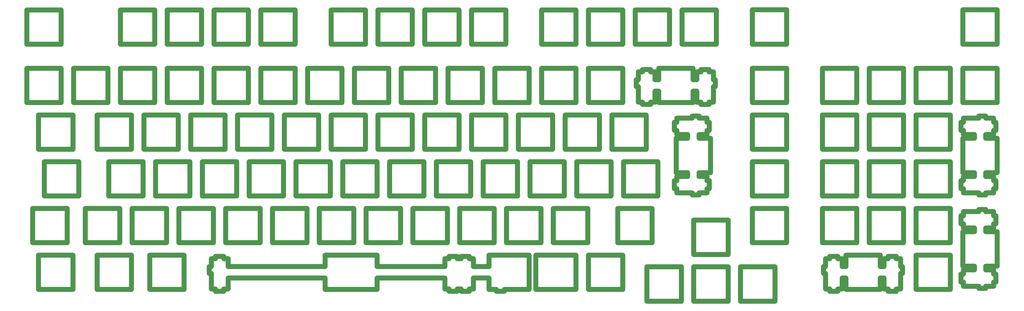
<source format=gbl>
%TF.GenerationSoftware,KiCad,Pcbnew,(6.0.4)*%
%TF.CreationDate,2022-05-24T20:51:57+02:00*%
%TF.ProjectId,plate,706c6174-652e-46b6-9963-61645f706362,rev?*%
%TF.SameCoordinates,Original*%
%TF.FileFunction,Copper,L2,Bot*%
%TF.FilePolarity,Positive*%
%FSLAX46Y46*%
G04 Gerber Fmt 4.6, Leading zero omitted, Abs format (unit mm)*
G04 Created by KiCad (PCBNEW (6.0.4)) date 2022-05-24 20:51:57*
%MOMM*%
%LPD*%
G01*
G04 APERTURE LIST*
%TA.AperFunction,NonConductor*%
%ADD10C,2.000000*%
%TD*%
G04 APERTURE END LIST*
D10*
X277248005Y-138431997D02*
X281718006Y-138431997D01*
X283517994Y-162231996D02*
X283517994Y-163056993D01*
X360075001Y-201581994D02*
X360075001Y-196881990D01*
X289547993Y-131681997D02*
X289547993Y-131681997D01*
X17462000Y-187581994D02*
X17462000Y-201581994D01*
X355599995Y-182531991D02*
X355599995Y-182531991D01*
X398400013Y-176531991D02*
X398400013Y-178056993D01*
X141287007Y-163481996D02*
X141287007Y-163481996D01*
X291017994Y-153956994D02*
X291017994Y-153956994D01*
X122237004Y-163481996D02*
X136237004Y-163481996D01*
X398400013Y-176531991D02*
X398400013Y-176531991D01*
X92911999Y-189051996D02*
X92911999Y-189051996D01*
X160336994Y-149481996D02*
X160336994Y-163481996D01*
X388650013Y-182531991D02*
X388650013Y-168531991D01*
X290425007Y-126131997D02*
X290425007Y-125151998D01*
X136524998Y-130431997D02*
X136524998Y-144431993D01*
X350550007Y-111381997D02*
X336550007Y-111381997D01*
X337800007Y-189051996D02*
X337800007Y-192281991D01*
X283874989Y-125381997D02*
X283874989Y-125381997D01*
X398400013Y-178056993D02*
X393700001Y-178056993D01*
X87761997Y-201351991D02*
X87761997Y-201351991D01*
X46036999Y-163481996D02*
X60036999Y-163481996D01*
X290425007Y-125151998D02*
X292150013Y-125151998D01*
X267206013Y-182531991D02*
X267206013Y-182531991D01*
X136237004Y-163481996D02*
X136237004Y-163481996D01*
X393700001Y-192056993D02*
X398400013Y-192056993D01*
X98136997Y-163481996D02*
X98136997Y-149481996D01*
X174336994Y-149481996D02*
X174336994Y-149481996D01*
X200817997Y-187581994D02*
X200817997Y-187581994D01*
X93661999Y-168531991D02*
X93661999Y-182531991D01*
X402999989Y-162231996D02*
X402999989Y-162231996D01*
X122237004Y-149481996D02*
X122237004Y-163481996D01*
X112712002Y-168531991D02*
X112712002Y-182531991D01*
X65086998Y-163481996D02*
X79087002Y-163481996D01*
X193675007Y-130431997D02*
X193675007Y-144431993D01*
X192793003Y-202331994D02*
X192793003Y-201351991D01*
X12700000Y-125381997D02*
X12700000Y-125381997D01*
X219868000Y-201581994D02*
X236250004Y-201581994D01*
X321974995Y-87541602D02*
X321974995Y-87541602D01*
X406230000Y-198606996D02*
X407150013Y-198606996D01*
X117187000Y-149481996D02*
X103187000Y-149481996D01*
X342825001Y-201351991D02*
X342825001Y-201351991D01*
X393700001Y-87541602D02*
X393700001Y-101541602D01*
X290425007Y-112851995D02*
X290425007Y-112851995D01*
X86937000Y-192281991D02*
X86937000Y-192281991D01*
X221961994Y-182531991D02*
X221961994Y-182531991D01*
X261599995Y-116081994D02*
X261599995Y-116081994D01*
X402999989Y-155481996D02*
X402999989Y-153956994D01*
X307974995Y-163481996D02*
X321974995Y-163481996D01*
X236250004Y-87570000D02*
X236250004Y-87570000D01*
X263323994Y-111931999D02*
X263323994Y-111931999D01*
X227011997Y-168531991D02*
X227011997Y-182531991D01*
X360075001Y-192281991D02*
X360075001Y-187581994D01*
X279111988Y-192344995D02*
X279111988Y-192344995D01*
X107949002Y-101569997D02*
X107949002Y-101569997D01*
X112712002Y-182531991D02*
X112712002Y-182531991D01*
X94636997Y-196881990D02*
X134142002Y-196881990D01*
X393930012Y-160506990D02*
X393930012Y-162231996D01*
X400200001Y-162231996D02*
X400200001Y-163056993D01*
X227011997Y-182531991D02*
X227011997Y-182531991D01*
X286318012Y-139956994D02*
X286318012Y-139956994D01*
X179386997Y-163481996D02*
X193386997Y-163481996D01*
X400200001Y-201156991D02*
X402999989Y-201156991D01*
X406230000Y-131681997D02*
X406230000Y-131681997D01*
X283874989Y-111381997D02*
X283874989Y-111381997D01*
X374650013Y-144431993D02*
X374650013Y-144431993D01*
X145761997Y-182531991D02*
X145761997Y-182531991D01*
X150812000Y-182531991D02*
X164812000Y-182531991D01*
X202912007Y-168531991D02*
X188912007Y-168531991D01*
X392950001Y-157206994D02*
X392950001Y-160506990D01*
X393930012Y-138431997D02*
X393930012Y-138431997D01*
X83850003Y-101569997D02*
X83850003Y-87570000D01*
X146050007Y-111381997D02*
X146050007Y-125381997D01*
X355599995Y-125381997D02*
X355599995Y-125381997D01*
X194517994Y-196881990D02*
X194517994Y-196881990D01*
X279111988Y-206344995D02*
X279111988Y-192344995D01*
X165099995Y-125381997D02*
X179099995Y-125381997D01*
X393700001Y-153956994D02*
X398400013Y-153956994D01*
X290425007Y-111931999D02*
X290425007Y-111931999D01*
X198149998Y-125381997D02*
X198149998Y-125381997D01*
X336550007Y-111381997D02*
X336550007Y-125381997D01*
X15081000Y-182531991D02*
X29081000Y-182531991D01*
X342825001Y-201351991D02*
X344550007Y-201351991D01*
X289547993Y-162231996D02*
X289547993Y-162231996D01*
X182886997Y-192281991D02*
X155287007Y-192281991D01*
X402999989Y-138431997D02*
X406230000Y-138431997D01*
X284162007Y-192344995D02*
X284162007Y-206344995D01*
X355599995Y-163481996D02*
X355599995Y-163481996D01*
X164812000Y-168531991D02*
X164812000Y-168531991D01*
X202912007Y-182531991D02*
X202912007Y-168531991D01*
X134142002Y-201581994D02*
X134142002Y-201581994D01*
X344550007Y-189051996D02*
X342825001Y-189051996D01*
X60325001Y-130431997D02*
X60325001Y-144431993D01*
X150524998Y-144431993D02*
X150524998Y-144431993D01*
X369599995Y-163481996D02*
X369599995Y-163481996D01*
X400200001Y-168956994D02*
X400200001Y-169781991D01*
X388650013Y-163481996D02*
X388650013Y-149481996D01*
X269874989Y-120681997D02*
X269874989Y-125381997D01*
X193386997Y-163481996D02*
X193386997Y-149481996D01*
X155287007Y-196881990D02*
X155287007Y-196881990D01*
X255300007Y-101569997D02*
X255300007Y-101569997D01*
X402999989Y-130856996D02*
X402999989Y-130856996D01*
X219868000Y-187581994D02*
X219868000Y-201581994D01*
X174336994Y-163481996D02*
X174336994Y-149481996D01*
X192793003Y-188131990D02*
X192793003Y-188131990D01*
X261599995Y-125151998D02*
X263323994Y-125151998D01*
X141000004Y-111381997D02*
X126998997Y-111381997D01*
X298162007Y-173294992D02*
X284162007Y-173294992D01*
X26699999Y-125381997D02*
X26699999Y-125381997D01*
X283874989Y-120681997D02*
X285400013Y-120681997D01*
X277248005Y-131681997D02*
X277248005Y-133406995D01*
X117475003Y-130431997D02*
X117475003Y-144431993D01*
X160050007Y-125381997D02*
X160050007Y-125381997D01*
X260774998Y-116081994D02*
X260774998Y-116081994D01*
X393930012Y-155481996D02*
X393930012Y-155481996D01*
X87761997Y-192281991D02*
X86937000Y-192281991D01*
X207675007Y-144431993D02*
X207675007Y-130431997D01*
X203787007Y-202331994D02*
X203787007Y-202331994D01*
X98424999Y-144431993D02*
X98424999Y-144431993D01*
X222250004Y-125381997D02*
X236250004Y-125381997D01*
X276267994Y-133406995D02*
X276267994Y-133406995D01*
X284162007Y-173294992D02*
X284162007Y-187294992D01*
X277248005Y-131681997D02*
X277248005Y-131681997D01*
X203200001Y-125381997D02*
X217200001Y-125381997D01*
X126712002Y-168531991D02*
X112712002Y-168531991D01*
X285400013Y-125151998D02*
X287124989Y-125151998D01*
X134142002Y-192281991D02*
X94636997Y-192281991D01*
X41275002Y-144431993D02*
X41275002Y-144431993D01*
X393930012Y-174806993D02*
X393930012Y-174806993D01*
X289547993Y-131681997D02*
X286318012Y-131681997D01*
X103187000Y-163481996D02*
X103187000Y-163481996D01*
X286318012Y-153956994D02*
X286318012Y-153956994D01*
X169862004Y-182531991D02*
X169862004Y-182531991D01*
X402999989Y-131681997D02*
X402999989Y-130856996D01*
X276267994Y-157206994D02*
X276267994Y-157206994D01*
X406230000Y-160506990D02*
X407150013Y-160506990D01*
X374650013Y-125381997D02*
X374650013Y-125381997D01*
X277248005Y-162231996D02*
X277248005Y-162231996D01*
X392950001Y-157206994D02*
X392950001Y-157206994D01*
X388649006Y-201581994D02*
X388649006Y-187581994D01*
X369599995Y-125381997D02*
X369599995Y-125381997D01*
X402999989Y-162231996D02*
X406230000Y-162231996D01*
X31462000Y-130431997D02*
X31462000Y-130431997D01*
X87761997Y-189051996D02*
X87761997Y-189051996D01*
X41275002Y-201581994D02*
X55275002Y-201581994D01*
X187912007Y-201351991D02*
X189493000Y-201351991D01*
X406230000Y-136706994D02*
X406230000Y-136706994D01*
X392950001Y-174806993D02*
X392950001Y-174806993D01*
X342825001Y-188131990D02*
X339524006Y-188131990D01*
X402999989Y-155481996D02*
X402999989Y-155481996D01*
X277017994Y-153956994D02*
X277017994Y-153956994D01*
X155287007Y-196881990D02*
X182886997Y-196881990D01*
X93661999Y-182531991D02*
X93661999Y-182531991D01*
X112712002Y-182531991D02*
X126712002Y-182531991D01*
X407150013Y-174806993D02*
X407150013Y-171506990D01*
X263323994Y-126131997D02*
X266624989Y-126131997D01*
X366624989Y-189051996D02*
X366624989Y-189051996D01*
X212437000Y-163481996D02*
X212437000Y-149481996D01*
X121949002Y-111381997D02*
X107949002Y-111381997D01*
X112424999Y-144431993D02*
X112424999Y-144431993D01*
X321974995Y-130431997D02*
X307974995Y-130431997D01*
X155287007Y-192281991D02*
X155287007Y-187581994D01*
X392950001Y-171506990D02*
X392950001Y-171506990D01*
X29081000Y-182531991D02*
X29081000Y-182531991D01*
X160050007Y-125381997D02*
X160050007Y-111381997D01*
X285400013Y-112851995D02*
X285400013Y-116081994D01*
X292150013Y-125151998D02*
X292150013Y-125151998D01*
X337800007Y-195081994D02*
X337800007Y-195081994D01*
X283874989Y-120681997D02*
X283874989Y-120681997D01*
X31462000Y-201581994D02*
X31462000Y-187581994D01*
X321974995Y-149481996D02*
X307974995Y-149481996D01*
X92911999Y-202331994D02*
X92911999Y-202331994D01*
X182886997Y-189051996D02*
X182886997Y-189051996D01*
X283517994Y-131681997D02*
X283517994Y-131681997D01*
X55275002Y-187581994D02*
X55275002Y-187581994D01*
X285400013Y-116081994D02*
X283874989Y-116081994D01*
X366624989Y-188131990D02*
X363325001Y-188131990D01*
X212437000Y-163481996D02*
X212437000Y-163481996D01*
X406230000Y-193581994D02*
X402999989Y-193581994D01*
X187912007Y-189051996D02*
X187912007Y-188131990D01*
X392950001Y-133406995D02*
X392950001Y-136706994D01*
X260774998Y-118881997D02*
X261599995Y-118881997D01*
X286318012Y-138431997D02*
X286318012Y-138431997D01*
X369175007Y-195081994D02*
X369175007Y-192281991D01*
X407150013Y-160506990D02*
X407150013Y-157206994D01*
X102899998Y-125381997D02*
X102899998Y-111381997D01*
X307974995Y-182531991D02*
X307974995Y-182531991D01*
X189493000Y-189051996D02*
X187912007Y-189051996D01*
X55562000Y-182531991D02*
X69562000Y-182531991D01*
X126998997Y-125381997D02*
X126998997Y-125381997D01*
X398400013Y-178056993D02*
X398400013Y-178056993D01*
X155287007Y-163481996D02*
X155287007Y-163481996D01*
X36511999Y-168531991D02*
X36511999Y-182531991D01*
X189493000Y-189051996D02*
X189493000Y-189051996D01*
X183862004Y-182531991D02*
X183862004Y-168531991D01*
X336973988Y-192281991D02*
X336973988Y-192281991D01*
X286318012Y-130856996D02*
X283517994Y-130856996D01*
X55275002Y-144431993D02*
X55275002Y-130431997D01*
X198149998Y-125381997D02*
X198149998Y-111381997D01*
X79374996Y-144431993D02*
X79374996Y-144431993D01*
X293400013Y-87570000D02*
X279400013Y-87570000D01*
X187912007Y-202331994D02*
X187912007Y-202331994D01*
X368348988Y-201351991D02*
X368348988Y-201351991D01*
X406230000Y-155481996D02*
X402999989Y-155481996D01*
X266624989Y-125151998D02*
X266624989Y-125151998D01*
X393930012Y-169781991D02*
X393930012Y-171506990D01*
X121949002Y-125381997D02*
X121949002Y-111381997D01*
X33843001Y-149481996D02*
X33843001Y-149481996D01*
X407150013Y-157206994D02*
X406230000Y-157206994D01*
X93374996Y-130431997D02*
X79374996Y-130431997D01*
X50799999Y-101569997D02*
X64799999Y-101569997D01*
X400200001Y-200331994D02*
X400200001Y-200331994D01*
X164812000Y-168531991D02*
X150812000Y-168531991D01*
X62706001Y-187581994D02*
X62706001Y-201581994D01*
X203200001Y-125381997D02*
X203200001Y-125381997D01*
X393930012Y-162231996D02*
X393930012Y-162231996D01*
X368348988Y-192281991D02*
X368348988Y-189051996D01*
X182886997Y-196881990D02*
X182886997Y-201351991D01*
X255300007Y-101569997D02*
X255300007Y-87570000D01*
X250825001Y-144431993D02*
X264823994Y-144431993D01*
X398400013Y-193581994D02*
X393930012Y-193581994D01*
X112424999Y-130431997D02*
X112424999Y-130431997D01*
X155287007Y-192281991D02*
X155287007Y-192281991D01*
X121949002Y-87570000D02*
X121949002Y-87570000D01*
X183862004Y-182531991D02*
X183862004Y-182531991D01*
X150524998Y-101569997D02*
X150524998Y-87570000D01*
X83850003Y-125381997D02*
X83850003Y-125381997D01*
X398400013Y-138431997D02*
X398400013Y-138431997D01*
X255586994Y-163481996D02*
X255586994Y-163481996D01*
X92911999Y-188131990D02*
X89487004Y-188131990D01*
X286318012Y-155481996D02*
X286318012Y-153956994D01*
X141000004Y-111381997D02*
X141000004Y-111381997D01*
X369599995Y-168531991D02*
X355599995Y-168531991D01*
X374650013Y-182531991D02*
X388650013Y-182531991D01*
X87761997Y-195081994D02*
X87761997Y-195081994D01*
X200817997Y-201581994D02*
X203787007Y-201581994D01*
X269586994Y-163481996D02*
X269586994Y-163481996D01*
X269874989Y-116081994D02*
X268349995Y-116081994D01*
X15081000Y-168531991D02*
X15081000Y-182531991D01*
X393930012Y-176531991D02*
X393930012Y-176531991D01*
X107661999Y-168531991D02*
X93661999Y-168531991D01*
X277248005Y-162231996D02*
X283517994Y-162231996D01*
X339524006Y-202331994D02*
X339524006Y-202331994D01*
X317211994Y-192344995D02*
X303211994Y-192344995D01*
X393930012Y-136706994D02*
X393930012Y-136706994D01*
X266624989Y-111931999D02*
X263323994Y-111931999D01*
X92911999Y-188131990D02*
X92911999Y-188131990D01*
X93374996Y-144431993D02*
X93374996Y-130431997D01*
X207961994Y-182531991D02*
X207961994Y-182531991D01*
X392950001Y-174806993D02*
X393930012Y-174806993D01*
X255300007Y-125381997D02*
X255300007Y-125381997D01*
X207086994Y-202331994D02*
X207086994Y-201581994D01*
X164812000Y-182531991D02*
X164812000Y-182531991D01*
X392950001Y-171506990D02*
X392950001Y-174806993D01*
X86937000Y-195081994D02*
X86937000Y-195081994D01*
X222250004Y-111381997D02*
X222250004Y-125381997D01*
X402999989Y-168956994D02*
X402999989Y-168956994D01*
X317211994Y-192344995D02*
X317211994Y-192344995D01*
X46036999Y-149481996D02*
X46036999Y-163481996D01*
X236250004Y-101569997D02*
X236250004Y-101569997D01*
X398400013Y-153956994D02*
X398400013Y-153956994D01*
X245774998Y-144431993D02*
X245774998Y-144431993D01*
X261599995Y-118881997D02*
X261599995Y-118881997D01*
X392950001Y-160506990D02*
X392950001Y-160506990D01*
X202912007Y-168531991D02*
X202912007Y-168531991D01*
X346075001Y-192281991D02*
X344550007Y-192281991D01*
X60036999Y-149481996D02*
X60036999Y-149481996D01*
X268349995Y-116081994D02*
X268349995Y-112851995D01*
X203787007Y-202331994D02*
X207086994Y-202331994D01*
X261599995Y-116081994D02*
X260774998Y-116081994D01*
X292150013Y-116081994D02*
X292150013Y-112851995D01*
X321974995Y-163481996D02*
X321974995Y-163481996D01*
X393930012Y-195306993D02*
X392950001Y-195306993D01*
X355599995Y-182531991D02*
X369599995Y-182531991D01*
X402999989Y-176531991D02*
X406230000Y-176531991D01*
X150812000Y-182531991D02*
X150812000Y-182531991D01*
X94636997Y-189051996D02*
X92911999Y-189051996D01*
X74612004Y-168531991D02*
X74612004Y-182531991D01*
X406230000Y-174806993D02*
X407150013Y-174806993D01*
X188912007Y-182531991D02*
X202912007Y-182531991D01*
X141000004Y-125381997D02*
X141000004Y-125381997D01*
X87761997Y-189051996D02*
X87761997Y-192281991D01*
X286318012Y-162231996D02*
X289547993Y-162231996D01*
X88899998Y-125381997D02*
X102899998Y-125381997D01*
X45750000Y-125381997D02*
X45750000Y-111381997D01*
X336550007Y-163481996D02*
X350550007Y-163481996D01*
X287124989Y-125151998D02*
X287124989Y-126131997D01*
X60036999Y-163481996D02*
X60036999Y-149481996D01*
X255300007Y-111381997D02*
X241300007Y-111381997D01*
X102899998Y-87570000D02*
X88899998Y-87570000D01*
X65086998Y-163481996D02*
X65086998Y-163481996D01*
X281718006Y-155481996D02*
X277248005Y-155481996D01*
X374650013Y-168531991D02*
X374650013Y-182531991D01*
X269874989Y-116081994D02*
X269874989Y-116081994D01*
X266624989Y-126131997D02*
X266624989Y-126131997D01*
X406230000Y-157206994D02*
X406230000Y-157206994D01*
X393930012Y-160506990D02*
X393930012Y-160506990D01*
X368348988Y-189051996D02*
X368348988Y-189051996D01*
X279400013Y-87570000D02*
X279400013Y-101569997D01*
X344550007Y-192281991D02*
X344550007Y-189051996D01*
X217200001Y-187581994D02*
X200817997Y-187581994D01*
X344550007Y-192281991D02*
X344550007Y-192281991D01*
X231487004Y-163481996D02*
X231487004Y-163481996D01*
X290468006Y-133406995D02*
X290468006Y-133406995D01*
X169575001Y-101569997D02*
X169575001Y-101569997D01*
X188625004Y-101569997D02*
X188625004Y-101569997D01*
X287124989Y-112851995D02*
X285400013Y-112851995D01*
X393930012Y-193581994D02*
X393930012Y-193581994D01*
X86937000Y-195081994D02*
X87761997Y-195081994D01*
X290425007Y-125151998D02*
X290425007Y-125151998D01*
X94636997Y-196881990D02*
X94636997Y-196881990D01*
X89487004Y-188131990D02*
X89487004Y-189051996D01*
X393700001Y-87541602D02*
X393700001Y-87541602D01*
X207675007Y-130431997D02*
X207675007Y-130431997D01*
X236537007Y-149481996D02*
X236537007Y-163481996D01*
X398400013Y-192056993D02*
X398400013Y-192056993D01*
X98136997Y-149481996D02*
X98136997Y-149481996D01*
X336973988Y-192281991D02*
X336973988Y-195081994D01*
X200817997Y-196881990D02*
X200817997Y-196881990D01*
X284162007Y-187294992D02*
X298162007Y-187294992D01*
X29081000Y-168531991D02*
X29081000Y-168531991D01*
X289547993Y-133406995D02*
X289547993Y-131681997D01*
X388650013Y-149481996D02*
X374650013Y-149481996D01*
X360075001Y-187581994D02*
X360075001Y-187581994D01*
X134142002Y-187581994D02*
X134142002Y-192281991D01*
X406230000Y-198606996D02*
X406230000Y-198606996D01*
X286318012Y-155481996D02*
X286318012Y-155481996D01*
X355599995Y-168531991D02*
X355599995Y-182531991D01*
X406230000Y-136706994D02*
X407150013Y-136706994D01*
X307974995Y-125381997D02*
X307974995Y-125381997D01*
X36511999Y-182531991D02*
X36511999Y-182531991D01*
X265111988Y-192344995D02*
X265111988Y-206344995D01*
X155287007Y-201581994D02*
X155287007Y-196881990D01*
X74612004Y-182531991D02*
X88612004Y-182531991D01*
X179099995Y-125381997D02*
X179099995Y-125381997D01*
X121949002Y-101569997D02*
X121949002Y-101569997D01*
X407700001Y-101541602D02*
X407700001Y-87541602D01*
X317211994Y-206344995D02*
X317211994Y-192344995D01*
X285400013Y-125151998D02*
X285400013Y-125151998D01*
X131475003Y-144431993D02*
X131475003Y-144431993D01*
X393930012Y-131681997D02*
X393930012Y-133406995D01*
X355599995Y-163481996D02*
X369599995Y-163481996D01*
X89487004Y-202331994D02*
X89487004Y-202331994D01*
X355599995Y-130431997D02*
X355599995Y-144431993D01*
X31462000Y-201581994D02*
X31462000Y-201581994D01*
X194517994Y-192281991D02*
X194517994Y-192281991D01*
X307974995Y-125381997D02*
X321974995Y-125381997D01*
X150812000Y-168531991D02*
X150812000Y-182531991D01*
X192793003Y-201351991D02*
X192793003Y-201351991D01*
X388650013Y-163481996D02*
X388650013Y-163481996D01*
X276267994Y-160506990D02*
X277248005Y-160506990D01*
X241300007Y-111381997D02*
X241300007Y-125381997D01*
X74612004Y-182531991D02*
X74612004Y-182531991D01*
X79374996Y-144431993D02*
X93374996Y-144431993D01*
X145761997Y-168531991D02*
X131761997Y-168531991D01*
X155575001Y-87570000D02*
X155575001Y-101569997D01*
X339524006Y-188131990D02*
X339524006Y-189051996D01*
X241300007Y-101569997D02*
X241300007Y-101569997D01*
X307974995Y-182531991D02*
X321974995Y-182531991D01*
X388650013Y-168531991D02*
X388650013Y-168531991D01*
X406230000Y-131681997D02*
X402999989Y-131681997D01*
X203787007Y-201581994D02*
X203787007Y-201581994D01*
X369599995Y-144431993D02*
X369599995Y-144431993D01*
X284162007Y-206344995D02*
X298162007Y-206344995D01*
X336550007Y-168531991D02*
X336550007Y-182531991D01*
X336550007Y-182531991D02*
X336550007Y-182531991D01*
X281718006Y-153956994D02*
X281718006Y-153956994D01*
X29081000Y-168531991D02*
X15081000Y-168531991D01*
X291017994Y-153956994D02*
X291017994Y-139956994D01*
X102899998Y-125381997D02*
X102899998Y-125381997D01*
X263323994Y-126131997D02*
X263323994Y-126131997D01*
X292150013Y-118881997D02*
X292150013Y-118881997D01*
X236250004Y-101569997D02*
X236250004Y-87570000D01*
X321974995Y-111381997D02*
X321974995Y-111381997D01*
X26699999Y-101569997D02*
X26699999Y-87570000D01*
X369599995Y-149481996D02*
X369599995Y-149481996D01*
X88899998Y-87570000D02*
X88899998Y-101569997D01*
X393700001Y-101541602D02*
X407700001Y-101541602D01*
X307974995Y-101541602D02*
X321974995Y-101541602D01*
X250537007Y-149481996D02*
X236537007Y-149481996D01*
X346075001Y-187581994D02*
X346075001Y-192281991D01*
X393700001Y-111381997D02*
X393700001Y-125381997D01*
X350550007Y-111381997D02*
X350550007Y-111381997D01*
X217200001Y-201581994D02*
X217200001Y-187581994D01*
X17462000Y-201581994D02*
X17462000Y-201581994D01*
X285400013Y-120681997D02*
X285400013Y-125151998D01*
X183862004Y-168531991D02*
X169862004Y-168531991D01*
X290468006Y-157206994D02*
X290468006Y-157206994D01*
X402999989Y-163056993D02*
X402999989Y-162231996D01*
X141287007Y-149481996D02*
X141287007Y-163481996D01*
X193386997Y-149481996D02*
X179386997Y-149481996D01*
X285400013Y-112851995D02*
X285400013Y-112851995D01*
X393930012Y-195306993D02*
X393930012Y-195306993D01*
X69562000Y-182531991D02*
X69562000Y-168531991D01*
X307974995Y-111381997D02*
X307974995Y-125381997D01*
X203200001Y-111381997D02*
X203200001Y-125381997D01*
X402999989Y-176531991D02*
X402999989Y-176531991D01*
X174625004Y-130431997D02*
X174625004Y-144431993D01*
X281718006Y-138431997D02*
X281718006Y-138431997D01*
X363325001Y-201351991D02*
X363325001Y-201351991D01*
X388650013Y-111381997D02*
X388650013Y-111381997D01*
X45750000Y-111381997D02*
X45750000Y-111381997D01*
X339524006Y-189051996D02*
X339524006Y-189051996D01*
X393700001Y-139956994D02*
X393700001Y-139956994D01*
X269586994Y-149481996D02*
X255586994Y-149481996D01*
X182886997Y-201351991D02*
X182886997Y-201351991D01*
X179386997Y-163481996D02*
X179386997Y-163481996D01*
X342825001Y-189051996D02*
X342825001Y-189051996D01*
X276267994Y-136706994D02*
X276267994Y-136706994D01*
X69850003Y-101569997D02*
X83850003Y-101569997D01*
X374649006Y-201581994D02*
X374649006Y-201581994D01*
X221961994Y-168531991D02*
X221961994Y-168531991D01*
X88899998Y-111381997D02*
X88899998Y-125381997D01*
X174625004Y-101569997D02*
X188625004Y-101569997D01*
X226724995Y-130431997D02*
X226724995Y-130431997D01*
X393700001Y-125381997D02*
X407700001Y-125381997D01*
X236250004Y-125381997D02*
X236250004Y-125381997D01*
X402999989Y-200331994D02*
X402999989Y-200331994D01*
X107949002Y-101569997D02*
X121949002Y-101569997D01*
X307974995Y-101541602D02*
X307974995Y-101541602D01*
X260774998Y-118881997D02*
X260774998Y-118881997D01*
X402999989Y-192056993D02*
X402999989Y-192056993D01*
X366624989Y-201351991D02*
X366624989Y-201351991D01*
X136524998Y-144431993D02*
X136524998Y-144431993D01*
X268349995Y-125151998D02*
X268349995Y-125151998D01*
X194517994Y-189051996D02*
X192793003Y-189051996D01*
X93661999Y-182531991D02*
X107661999Y-182531991D01*
X241011997Y-182531991D02*
X241011997Y-182531991D01*
X117187000Y-163481996D02*
X117187000Y-149481996D01*
X255300007Y-87570000D02*
X255300007Y-87570000D01*
X102899998Y-111381997D02*
X88899998Y-111381997D01*
X236250004Y-87570000D02*
X222250004Y-87570000D01*
X169575001Y-130431997D02*
X155575001Y-130431997D01*
X46036999Y-163481996D02*
X46036999Y-163481996D01*
X60325001Y-144431993D02*
X74325001Y-144431993D01*
X250537007Y-163481996D02*
X250537007Y-149481996D01*
X360075001Y-201581994D02*
X360075001Y-201581994D01*
X337800007Y-192281991D02*
X337800007Y-192281991D01*
X307974995Y-130431997D02*
X307974995Y-144431993D01*
X398400013Y-153956994D02*
X398400013Y-155481996D01*
X64799999Y-101569997D02*
X64799999Y-101569997D01*
X88612004Y-168531991D02*
X74612004Y-168531991D01*
X207675007Y-144431993D02*
X207675007Y-144431993D01*
X406230000Y-174806993D02*
X406230000Y-174806993D01*
X268349995Y-112851995D02*
X268349995Y-112851995D01*
X84136997Y-163481996D02*
X98136997Y-163481996D01*
X344550007Y-189051996D02*
X344550007Y-189051996D01*
X393930012Y-198606996D02*
X393930012Y-198606996D01*
X406230000Y-162231996D02*
X406230000Y-162231996D01*
X253205998Y-168531991D02*
X253205998Y-182531991D01*
X83850003Y-87570000D02*
X83850003Y-87570000D01*
X339524006Y-201351991D02*
X339524006Y-201351991D01*
X289547993Y-160506990D02*
X289547993Y-160506990D01*
X94636997Y-192281991D02*
X94636997Y-192281991D01*
X69562000Y-168531991D02*
X55562000Y-168531991D01*
X350550007Y-168531991D02*
X350550007Y-168531991D01*
X184612004Y-201351991D02*
X184612004Y-201351991D01*
X184149998Y-125381997D02*
X184149998Y-125381997D01*
X174625004Y-144431993D02*
X188625004Y-144431993D01*
X136524998Y-87570000D02*
X136524998Y-101569997D01*
X92911999Y-201351991D02*
X92911999Y-201351991D01*
X339524006Y-202331994D02*
X342825001Y-202331994D01*
X350550007Y-125381997D02*
X350550007Y-125381997D01*
X31462000Y-144431993D02*
X31462000Y-144431993D01*
X290468006Y-133406995D02*
X289547993Y-133406995D01*
X188625004Y-87570000D02*
X188625004Y-87570000D01*
X26699999Y-111381997D02*
X12700000Y-111381997D01*
X55275002Y-130431997D02*
X41275002Y-130431997D01*
X388650013Y-182531991D02*
X388650013Y-182531991D01*
X31462000Y-144431993D02*
X31462000Y-130431997D01*
X369599995Y-168531991D02*
X369599995Y-168531991D01*
X41275002Y-144431993D02*
X55275002Y-144431993D01*
X169575001Y-130431997D02*
X169575001Y-130431997D01*
X407700001Y-125381997D02*
X407700001Y-125381997D01*
X179099995Y-111381997D02*
X165099995Y-111381997D01*
X117187000Y-163481996D02*
X117187000Y-163481996D01*
X192793003Y-202331994D02*
X192793003Y-202331994D01*
X289547993Y-155481996D02*
X289547993Y-155481996D01*
X184612004Y-189051996D02*
X182886997Y-189051996D01*
X222250004Y-101569997D02*
X236250004Y-101569997D01*
X393930012Y-198606996D02*
X393930012Y-200331994D01*
X241300007Y-125381997D02*
X255300007Y-125381997D01*
X407150013Y-133406995D02*
X406230000Y-133406995D01*
X374650013Y-130431997D02*
X374650013Y-144431993D01*
X17462000Y-144431993D02*
X17462000Y-144431993D01*
X131761997Y-168531991D02*
X131761997Y-182531991D01*
X194517994Y-201351991D02*
X194517994Y-201351991D01*
X264823994Y-130431997D02*
X250825001Y-130431997D01*
X321974995Y-130431997D02*
X321974995Y-130431997D01*
X286318012Y-153956994D02*
X291017994Y-153956994D01*
X406230000Y-133406995D02*
X406230000Y-133406995D01*
X131475003Y-130431997D02*
X117475003Y-130431997D01*
X94636997Y-201351991D02*
X94636997Y-201351991D01*
X187912007Y-201351991D02*
X187912007Y-201351991D01*
X287124989Y-126131997D02*
X287124989Y-126131997D01*
X155287007Y-163481996D02*
X155287007Y-149481996D01*
X298162007Y-187294992D02*
X298162007Y-173294992D01*
X50512001Y-182531991D02*
X50512001Y-168531991D01*
X15081000Y-182531991D02*
X15081000Y-182531991D01*
X402999989Y-138431997D02*
X402999989Y-138431997D01*
X219868000Y-201581994D02*
X219868000Y-201581994D01*
X241011997Y-168531991D02*
X241011997Y-168531991D01*
X292150013Y-112851995D02*
X292150013Y-112851995D01*
X87761997Y-201351991D02*
X89487004Y-201351991D01*
X393930012Y-193581994D02*
X393930012Y-195306993D01*
X369175007Y-192281991D02*
X369175007Y-192281991D01*
X350550007Y-182531991D02*
X350550007Y-182531991D01*
X279111988Y-206344995D02*
X279111988Y-206344995D01*
X174625004Y-87570000D02*
X174625004Y-101569997D01*
X292974995Y-118881997D02*
X292974995Y-118881997D01*
X298162007Y-206344995D02*
X298162007Y-206344995D01*
X169575001Y-101569997D02*
X169575001Y-87570000D01*
X121949002Y-125381997D02*
X121949002Y-125381997D01*
X402999989Y-153956994D02*
X407700001Y-153956994D01*
X64799999Y-111381997D02*
X50799999Y-111381997D01*
X406230000Y-157206994D02*
X406230000Y-155481996D01*
X369175007Y-192281991D02*
X368348988Y-192281991D01*
X250825001Y-144431993D02*
X250825001Y-144431993D01*
X337800007Y-201351991D02*
X339524006Y-201351991D01*
X289547993Y-133406995D02*
X289547993Y-133406995D01*
X266624989Y-126131997D02*
X266624989Y-125151998D01*
X321974995Y-125381997D02*
X321974995Y-111381997D01*
X406230000Y-176531991D02*
X406230000Y-174806993D01*
X307974995Y-87541602D02*
X307974995Y-101541602D01*
X89487004Y-202331994D02*
X92911999Y-202331994D01*
X307974995Y-168531991D02*
X307974995Y-182531991D01*
X350550007Y-125381997D02*
X350550007Y-111381997D01*
X321974995Y-163481996D02*
X321974995Y-149481996D01*
X126998997Y-111381997D02*
X126998997Y-125381997D01*
X290425007Y-126131997D02*
X290425007Y-126131997D01*
X277248005Y-136706994D02*
X277248005Y-136706994D01*
X188912007Y-182531991D02*
X188912007Y-182531991D01*
X350550007Y-149481996D02*
X350550007Y-149481996D01*
X407700001Y-111381997D02*
X393700001Y-111381997D01*
X155575001Y-144431993D02*
X169575001Y-144431993D01*
X193675007Y-144431993D02*
X207675007Y-144431993D01*
X102899998Y-87570000D02*
X102899998Y-87570000D01*
X402999989Y-169781991D02*
X402999989Y-168956994D01*
X64799999Y-111381997D02*
X64799999Y-111381997D01*
X169575001Y-144431993D02*
X169575001Y-144431993D01*
X289547993Y-157206994D02*
X289547993Y-155481996D01*
X374650013Y-144431993D02*
X388650013Y-144431993D01*
X292974995Y-118881997D02*
X292974995Y-116081994D01*
X134142002Y-196881990D02*
X134142002Y-196881990D01*
X102899998Y-111381997D02*
X102899998Y-111381997D01*
X64799999Y-125381997D02*
X64799999Y-111381997D01*
X150524998Y-87570000D02*
X150524998Y-87570000D01*
X392950001Y-136706994D02*
X392950001Y-136706994D01*
X94636997Y-192281991D02*
X94636997Y-189051996D01*
X60036999Y-149481996D02*
X46036999Y-149481996D01*
X33843001Y-149481996D02*
X19843000Y-149481996D01*
X286318012Y-131681997D02*
X286318012Y-131681997D01*
X366624989Y-202331994D02*
X366624989Y-201351991D01*
X344550007Y-196881990D02*
X344550007Y-196881990D01*
X289547993Y-155481996D02*
X286318012Y-155481996D01*
X267206013Y-168531991D02*
X267206013Y-168531991D01*
X281718006Y-139956994D02*
X277017994Y-139956994D01*
X342825001Y-189051996D02*
X342825001Y-188131990D01*
X339524006Y-188131990D02*
X339524006Y-188131990D01*
X393700001Y-178056993D02*
X393700001Y-192056993D01*
X12700000Y-111381997D02*
X12700000Y-125381997D01*
X360075001Y-187581994D02*
X346075001Y-187581994D01*
X227011997Y-182531991D02*
X241011997Y-182531991D01*
X102899998Y-101569997D02*
X102899998Y-101569997D01*
X355599995Y-125381997D02*
X369599995Y-125381997D01*
X160050007Y-111381997D02*
X160050007Y-111381997D01*
X406230000Y-195306993D02*
X406230000Y-195306993D01*
X261599995Y-112851995D02*
X261599995Y-112851995D01*
X87761997Y-195081994D02*
X87761997Y-201351991D01*
X363325001Y-188131990D02*
X363325001Y-188131990D01*
X402999989Y-201156991D02*
X402999989Y-201156991D01*
X50799999Y-125381997D02*
X64799999Y-125381997D01*
X255300007Y-125381997D02*
X255300007Y-111381997D01*
X245774998Y-144431993D02*
X245774998Y-130431997D01*
X268349995Y-120681997D02*
X268349995Y-120681997D01*
X363325001Y-202331994D02*
X363325001Y-202331994D01*
X342825001Y-202331994D02*
X342825001Y-202331994D01*
X31462000Y-187581994D02*
X31462000Y-187581994D01*
X165099995Y-125381997D02*
X165099995Y-125381997D01*
X350550007Y-163481996D02*
X350550007Y-163481996D01*
X290468006Y-136706994D02*
X290468006Y-136706994D01*
X407700001Y-139956994D02*
X407700001Y-139956994D01*
X277248005Y-133406995D02*
X276267994Y-133406995D01*
X321974995Y-125381997D02*
X321974995Y-125381997D01*
X406230000Y-171506990D02*
X406230000Y-171506990D01*
X402999989Y-193581994D02*
X402999989Y-193581994D01*
X398400013Y-192056993D02*
X398400013Y-193581994D01*
X192793003Y-189051996D02*
X192793003Y-189051996D01*
X207675007Y-87570000D02*
X193675007Y-87570000D01*
X236250004Y-201581994D02*
X236250004Y-187581994D01*
X189493000Y-188131990D02*
X189493000Y-188131990D01*
X393930012Y-174806993D02*
X393930012Y-176531991D01*
X406230000Y-171506990D02*
X406230000Y-169781991D01*
X250537007Y-149481996D02*
X250537007Y-149481996D01*
X126712002Y-182531991D02*
X126712002Y-168531991D01*
X98424999Y-144431993D02*
X112424999Y-144431993D01*
X76705998Y-201581994D02*
X76705998Y-201581994D01*
X276267994Y-157206994D02*
X276267994Y-160506990D01*
X212724995Y-144431993D02*
X212724995Y-144431993D01*
X307974995Y-144431993D02*
X307974995Y-144431993D01*
X263323994Y-112851995D02*
X263323994Y-112851995D01*
X263323994Y-112851995D02*
X261599995Y-112851995D01*
X107661999Y-182531991D02*
X107661999Y-182531991D01*
X64799999Y-87570000D02*
X50799999Y-87570000D01*
X393700001Y-192056993D02*
X393700001Y-192056993D01*
X62706001Y-201581994D02*
X76705998Y-201581994D01*
X89487004Y-189051996D02*
X89487004Y-189051996D01*
X267206013Y-182531991D02*
X267206013Y-168531991D01*
X126998997Y-125381997D02*
X141000004Y-125381997D01*
X26699999Y-101569997D02*
X26699999Y-101569997D01*
X69850003Y-101569997D02*
X69850003Y-101569997D01*
X321974995Y-182531991D02*
X321974995Y-168531991D01*
X374650013Y-182531991D02*
X374650013Y-182531991D01*
X107949002Y-87570000D02*
X107949002Y-101569997D01*
X107949002Y-125381997D02*
X121949002Y-125381997D01*
X126712002Y-168531991D02*
X126712002Y-168531991D01*
X283874989Y-111381997D02*
X269874989Y-111381997D01*
X393700001Y-125381997D02*
X393700001Y-125381997D01*
X292150013Y-112851995D02*
X290425007Y-112851995D01*
X268349995Y-125151998D02*
X268349995Y-120681997D01*
X289547993Y-136706994D02*
X289547993Y-136706994D01*
X41275002Y-187581994D02*
X41275002Y-201581994D01*
X286318012Y-138431997D02*
X289547993Y-138431997D01*
X360075001Y-196881990D02*
X360075001Y-196881990D01*
X393700001Y-178056993D02*
X393700001Y-178056993D01*
X400200001Y-169781991D02*
X393930012Y-169781991D01*
X281718006Y-153956994D02*
X281718006Y-155481996D01*
X363325001Y-189051996D02*
X363325001Y-189051996D01*
X388650013Y-130431997D02*
X374650013Y-130431997D01*
X84136997Y-163481996D02*
X84136997Y-163481996D01*
X187912007Y-189051996D02*
X187912007Y-189051996D01*
X388649006Y-187581994D02*
X388649006Y-187581994D01*
X407700001Y-192056993D02*
X407700001Y-192056993D01*
X207961994Y-168531991D02*
X207961994Y-182531991D01*
X88612004Y-168531991D02*
X88612004Y-168531991D01*
X60325001Y-144431993D02*
X60325001Y-144431993D01*
X93374996Y-130431997D02*
X93374996Y-130431997D01*
X393930012Y-138431997D02*
X398400013Y-138431997D01*
X369599995Y-125381997D02*
X369599995Y-111381997D01*
X268349995Y-112851995D02*
X266624989Y-112851995D01*
X336550007Y-163481996D02*
X336550007Y-163481996D01*
X406230000Y-133406995D02*
X406230000Y-131681997D01*
X286318012Y-163056993D02*
X286318012Y-162231996D01*
X136524998Y-101569997D02*
X136524998Y-101569997D01*
X107661999Y-182531991D02*
X107661999Y-168531991D01*
X74325001Y-130431997D02*
X74325001Y-130431997D01*
X193675007Y-101569997D02*
X207675007Y-101569997D01*
X289547993Y-138431997D02*
X289547993Y-136706994D01*
X184612004Y-189051996D02*
X184612004Y-189051996D01*
X339524006Y-201351991D02*
X339524006Y-202331994D01*
X253205998Y-182531991D02*
X267206013Y-182531991D01*
X103187000Y-163481996D02*
X117187000Y-163481996D01*
X369175007Y-195081994D02*
X369175007Y-195081994D01*
X92911999Y-201351991D02*
X94636997Y-201351991D01*
X293400013Y-101569997D02*
X293400013Y-101569997D01*
X268349995Y-116081994D02*
X268349995Y-116081994D01*
X117187000Y-149481996D02*
X117187000Y-149481996D01*
X88899998Y-101569997D02*
X88899998Y-101569997D01*
X303211994Y-192344995D02*
X303211994Y-206344995D01*
X350550007Y-163481996D02*
X350550007Y-149481996D01*
X17462000Y-144431993D02*
X31462000Y-144431993D01*
X400200001Y-200331994D02*
X400200001Y-201156991D01*
X266624989Y-125151998D02*
X268349995Y-125151998D01*
X400200001Y-201156991D02*
X400200001Y-201156991D01*
X160336994Y-163481996D02*
X174336994Y-163481996D01*
X360075001Y-192281991D02*
X360075001Y-192281991D01*
X189493000Y-202331994D02*
X189493000Y-202331994D01*
X361598988Y-201351991D02*
X363325001Y-201351991D01*
X317211994Y-206344995D02*
X317211994Y-206344995D01*
X355599995Y-111381997D02*
X355599995Y-125381997D01*
X398400013Y-193581994D02*
X398400013Y-193581994D01*
X350550007Y-149481996D02*
X336550007Y-149481996D01*
X402999989Y-139956994D02*
X402999989Y-139956994D01*
X182886997Y-189051996D02*
X182886997Y-192281991D01*
X64799999Y-87570000D02*
X64799999Y-87570000D01*
X121949002Y-101569997D02*
X121949002Y-87570000D01*
X285400013Y-116081994D02*
X285400013Y-116081994D01*
X289547993Y-136706994D02*
X290468006Y-136706994D01*
X189493000Y-201351991D02*
X189493000Y-201351991D01*
X145761997Y-168531991D02*
X145761997Y-168531991D01*
X69562000Y-168531991D02*
X69562000Y-168531991D01*
X188625004Y-144431993D02*
X188625004Y-130431997D01*
X363325001Y-188131990D02*
X363325001Y-189051996D01*
X307974995Y-163481996D02*
X307974995Y-163481996D01*
X55275002Y-201581994D02*
X55275002Y-187581994D01*
X33843001Y-163481996D02*
X33843001Y-163481996D01*
X92911999Y-189051996D02*
X92911999Y-188131990D01*
X169862004Y-168531991D02*
X169862004Y-182531991D01*
X407150013Y-136706994D02*
X407150013Y-136706994D01*
X89487004Y-201351991D02*
X89487004Y-201351991D01*
X406230000Y-193581994D02*
X406230000Y-193581994D01*
X407150013Y-198606996D02*
X407150013Y-195306993D01*
X31750000Y-125381997D02*
X45750000Y-125381997D01*
X286318012Y-163056993D02*
X286318012Y-163056993D01*
X407700001Y-125381997D02*
X407700001Y-111381997D01*
X346075001Y-192281991D02*
X346075001Y-192281991D01*
X287124989Y-111931999D02*
X287124989Y-111931999D01*
X64799999Y-101569997D02*
X64799999Y-87570000D01*
X289547993Y-160506990D02*
X290468006Y-160506990D01*
X407700001Y-192056993D02*
X407700001Y-178056993D01*
X407150013Y-174806993D02*
X407150013Y-174806993D01*
X407150013Y-195306993D02*
X407150013Y-195306993D01*
X361598988Y-192281991D02*
X360075001Y-192281991D01*
X187912007Y-188131990D02*
X187912007Y-188131990D01*
X337800007Y-192281991D02*
X336973988Y-192281991D01*
X388650013Y-125381997D02*
X388650013Y-111381997D01*
X150524998Y-130431997D02*
X136524998Y-130431997D01*
X274349995Y-87570000D02*
X274349995Y-87570000D01*
X402999989Y-168956994D02*
X400200001Y-168956994D01*
X217487004Y-149481996D02*
X217487004Y-163481996D01*
X388650013Y-168531991D02*
X374650013Y-168531991D01*
X350550007Y-130431997D02*
X350550007Y-130431997D01*
X93374996Y-144431993D02*
X93374996Y-144431993D01*
X103187000Y-149481996D02*
X103187000Y-163481996D01*
X194517994Y-189051996D02*
X194517994Y-189051996D01*
X285400013Y-120681997D02*
X285400013Y-120681997D01*
X407150013Y-195306993D02*
X406230000Y-195306993D01*
X402999989Y-169781991D02*
X402999989Y-169781991D01*
X264823994Y-130431997D02*
X264823994Y-130431997D01*
X217487004Y-163481996D02*
X231487004Y-163481996D01*
X155287007Y-201581994D02*
X155287007Y-201581994D01*
X283874989Y-116081994D02*
X283874989Y-111381997D01*
X360075001Y-196881990D02*
X361598988Y-196881990D01*
X269586994Y-149481996D02*
X269586994Y-149481996D01*
X212724995Y-130431997D02*
X212724995Y-144431993D01*
X346075001Y-201581994D02*
X360075001Y-201581994D01*
X182886997Y-192281991D02*
X182886997Y-192281991D01*
X76705998Y-187581994D02*
X76705998Y-187581994D01*
X407700001Y-101541602D02*
X407700001Y-101541602D01*
X339524006Y-189051996D02*
X337800007Y-189051996D01*
X207961994Y-182531991D02*
X221961994Y-182531991D01*
X155287007Y-187581994D02*
X155287007Y-187581994D01*
X236250004Y-111381997D02*
X222250004Y-111381997D01*
X290468006Y-157206994D02*
X289547993Y-157206994D01*
X344550007Y-196881990D02*
X346075001Y-196881990D01*
X393930012Y-200331994D02*
X393930012Y-200331994D01*
X346075001Y-201581994D02*
X346075001Y-201581994D01*
X79087002Y-163481996D02*
X79087002Y-163481996D01*
X112424999Y-144431993D02*
X112424999Y-130431997D01*
X274349995Y-87570000D02*
X260349995Y-87570000D01*
X393930012Y-171506990D02*
X393930012Y-171506990D01*
X398400013Y-155481996D02*
X393930012Y-155481996D01*
X263323994Y-125151998D02*
X263323994Y-126131997D01*
X393930012Y-133406995D02*
X392950001Y-133406995D01*
X292974995Y-116081994D02*
X292150013Y-116081994D01*
X407150013Y-136706994D02*
X407150013Y-133406995D01*
X392950001Y-136706994D02*
X393930012Y-136706994D01*
X290468006Y-136706994D02*
X290468006Y-133406995D01*
X188625004Y-130431997D02*
X174625004Y-130431997D01*
X407150013Y-160506990D02*
X407150013Y-160506990D01*
X26699999Y-87570000D02*
X12700000Y-87570000D01*
X194517994Y-201351991D02*
X194517994Y-196881990D01*
X366624989Y-202331994D02*
X366624989Y-202331994D01*
X266624989Y-112851995D02*
X266624989Y-111931999D01*
X200817997Y-201581994D02*
X200817997Y-201581994D01*
X241300007Y-201581994D02*
X241300007Y-201581994D01*
X241011997Y-168531991D02*
X227011997Y-168531991D01*
X255300007Y-87570000D02*
X241300007Y-87570000D01*
X283517994Y-130856996D02*
X283517994Y-131681997D01*
X290468006Y-160506990D02*
X290468006Y-160506990D01*
X107949002Y-111381997D02*
X107949002Y-125381997D01*
X193675007Y-144431993D02*
X193675007Y-144431993D01*
X355599995Y-149481996D02*
X355599995Y-163481996D01*
X88612004Y-182531991D02*
X88612004Y-182531991D01*
X188625004Y-144431993D02*
X188625004Y-144431993D01*
X400200001Y-131681997D02*
X393930012Y-131681997D01*
X283517994Y-163056993D02*
X286318012Y-163056993D01*
X231487004Y-163481996D02*
X231487004Y-149481996D01*
X289547993Y-138431997D02*
X289547993Y-138431997D01*
X83850003Y-101569997D02*
X83850003Y-101569997D01*
X117475003Y-144431993D02*
X117475003Y-144431993D01*
X398400013Y-138431997D02*
X398400013Y-139956994D01*
X217487004Y-163481996D02*
X217487004Y-163481996D01*
X350550007Y-144431993D02*
X350550007Y-144431993D01*
X221961994Y-168531991D02*
X207961994Y-168531991D01*
X406230000Y-169781991D02*
X402999989Y-169781991D01*
X187912007Y-188131990D02*
X184612004Y-188131990D01*
X402999989Y-153956994D02*
X402999989Y-153956994D01*
X69850003Y-125381997D02*
X83850003Y-125381997D01*
X83850003Y-111381997D02*
X83850003Y-111381997D01*
X407700001Y-178056993D02*
X402999989Y-178056993D01*
X368348988Y-195081994D02*
X369175007Y-195081994D01*
X374650013Y-163481996D02*
X374650013Y-163481996D01*
X277017994Y-153956994D02*
X281718006Y-153956994D01*
X50799999Y-101569997D02*
X50799999Y-101569997D01*
X184612004Y-202331994D02*
X187912007Y-202331994D01*
X281718006Y-155481996D02*
X281718006Y-155481996D01*
X283517994Y-131681997D02*
X277248005Y-131681997D01*
X12700000Y-101569997D02*
X12700000Y-101569997D01*
X279111988Y-192344995D02*
X265111988Y-192344995D01*
X369599995Y-111381997D02*
X369599995Y-111381997D01*
X134142002Y-192281991D02*
X134142002Y-192281991D01*
X393930012Y-157206994D02*
X393930012Y-157206994D01*
X74325001Y-130431997D02*
X60325001Y-130431997D01*
X19843000Y-163481996D02*
X33843001Y-163481996D01*
X363325001Y-189051996D02*
X361598988Y-189051996D01*
X388650013Y-144431993D02*
X388650013Y-130431997D01*
X290425007Y-112851995D02*
X290425007Y-111931999D01*
X388650013Y-130431997D02*
X388650013Y-130431997D01*
X374650013Y-111381997D02*
X374650013Y-125381997D01*
X179099995Y-111381997D02*
X179099995Y-111381997D01*
X298162007Y-206344995D02*
X298162007Y-192344995D01*
X217200001Y-125381997D02*
X217200001Y-111381997D01*
X274349995Y-101569997D02*
X274349995Y-87570000D01*
X355599995Y-144431993D02*
X369599995Y-144431993D01*
X160050007Y-111381997D02*
X146050007Y-111381997D01*
X200817997Y-192281991D02*
X194517994Y-192281991D01*
X184149998Y-125381997D02*
X198149998Y-125381997D01*
X402999989Y-201156991D02*
X402999989Y-200331994D01*
X393930012Y-200331994D02*
X400200001Y-200331994D01*
X126712002Y-182531991D02*
X126712002Y-182531991D01*
X169575001Y-87570000D02*
X155575001Y-87570000D01*
X307974995Y-144431993D02*
X321974995Y-144431993D01*
X255300007Y-201581994D02*
X255300007Y-201581994D01*
X188625004Y-130431997D02*
X188625004Y-130431997D01*
X398400013Y-139956994D02*
X393700001Y-139956994D01*
X41275002Y-201581994D02*
X41275002Y-201581994D01*
X255300007Y-187581994D02*
X255300007Y-187581994D01*
X200817997Y-196881990D02*
X200817997Y-201581994D01*
X50799999Y-125381997D02*
X50799999Y-125381997D01*
X217200001Y-201581994D02*
X217200001Y-201581994D01*
X392950001Y-160506990D02*
X393930012Y-160506990D01*
X79087002Y-149481996D02*
X65086998Y-149481996D01*
X164812000Y-182531991D02*
X164812000Y-168531991D01*
X33843001Y-163481996D02*
X33843001Y-149481996D01*
X83850003Y-87570000D02*
X69850003Y-87570000D01*
X188625004Y-101569997D02*
X188625004Y-87570000D01*
X393930012Y-136706994D02*
X393930012Y-138431997D01*
X361598988Y-201351991D02*
X361598988Y-201351991D01*
X263323994Y-111931999D02*
X263323994Y-112851995D01*
X393930012Y-176531991D02*
X398400013Y-176531991D01*
X350550007Y-182531991D02*
X350550007Y-168531991D01*
X212437000Y-149481996D02*
X212437000Y-149481996D01*
X406230000Y-138431997D02*
X406230000Y-136706994D01*
X193675007Y-87570000D02*
X193675007Y-101569997D01*
X236537007Y-163481996D02*
X250537007Y-163481996D01*
X321974995Y-111381997D02*
X307974995Y-111381997D01*
X400200001Y-130856996D02*
X400200001Y-131681997D01*
X169862004Y-182531991D02*
X183862004Y-182531991D01*
X361598988Y-196881990D02*
X361598988Y-201351991D01*
X264823994Y-144431993D02*
X264823994Y-130431997D01*
X293400013Y-101569997D02*
X293400013Y-87570000D01*
X174625004Y-101569997D02*
X174625004Y-101569997D01*
X402999989Y-178056993D02*
X402999989Y-176531991D01*
X269586994Y-163481996D02*
X269586994Y-149481996D01*
X89487004Y-188131990D02*
X89487004Y-188131990D01*
X88612004Y-182531991D02*
X88612004Y-168531991D01*
X198149998Y-111381997D02*
X198149998Y-111381997D01*
X222250004Y-87570000D02*
X222250004Y-101569997D01*
X292150013Y-125151998D02*
X292150013Y-118881997D01*
X121949002Y-87570000D02*
X107949002Y-87570000D01*
X277248005Y-155481996D02*
X277248005Y-157206994D01*
X193675007Y-101569997D02*
X193675007Y-101569997D01*
X155575001Y-144431993D02*
X155575001Y-144431993D01*
X69850003Y-87570000D02*
X69850003Y-101569997D01*
X277248005Y-160506990D02*
X277248005Y-160506990D01*
X393700001Y-153956994D02*
X393700001Y-153956994D01*
X350550007Y-144431993D02*
X350550007Y-130431997D01*
X289547993Y-162231996D02*
X289547993Y-160506990D01*
X260349995Y-101569997D02*
X274349995Y-101569997D01*
X69850003Y-125381997D02*
X69850003Y-125381997D01*
X55562000Y-182531991D02*
X55562000Y-182531991D01*
X83850003Y-125381997D02*
X83850003Y-111381997D01*
X260774998Y-116081994D02*
X260774998Y-118881997D01*
X231487004Y-149481996D02*
X231487004Y-149481996D01*
X400200001Y-131681997D02*
X400200001Y-131681997D01*
X406230000Y-138431997D02*
X406230000Y-138431997D01*
X155287007Y-149481996D02*
X141287007Y-149481996D01*
X184612004Y-201351991D02*
X184612004Y-202331994D01*
X194517994Y-192281991D02*
X194517994Y-189051996D01*
X146050007Y-125381997D02*
X160050007Y-125381997D01*
X264823994Y-144431993D02*
X264823994Y-144431993D01*
X55562000Y-168531991D02*
X55562000Y-182531991D01*
X231774998Y-144431993D02*
X231774998Y-144431993D01*
X200817997Y-192281991D02*
X200817997Y-192281991D01*
X286318012Y-130856996D02*
X286318012Y-130856996D01*
X107949002Y-125381997D02*
X107949002Y-125381997D01*
X155575001Y-101569997D02*
X169575001Y-101569997D01*
X84136997Y-149481996D02*
X84136997Y-163481996D01*
X337800007Y-201351991D02*
X337800007Y-201351991D01*
X145761997Y-182531991D02*
X145761997Y-168531991D01*
X321974995Y-168531991D02*
X321974995Y-168531991D01*
X226724995Y-144431993D02*
X226724995Y-144431993D01*
X268349995Y-120681997D02*
X269874989Y-120681997D01*
X150524998Y-130431997D02*
X150524998Y-130431997D01*
X393930012Y-169781991D02*
X393930012Y-169781991D01*
X287124989Y-111931999D02*
X287124989Y-112851995D01*
X363325001Y-201351991D02*
X363325001Y-202331994D01*
X369599995Y-130431997D02*
X369599995Y-130431997D01*
X277248005Y-133406995D02*
X277248005Y-133406995D01*
X184612004Y-202331994D02*
X184612004Y-202331994D01*
X182886997Y-201351991D02*
X184612004Y-201351991D01*
X76705998Y-187581994D02*
X62706001Y-187581994D01*
X55275002Y-130431997D02*
X55275002Y-130431997D01*
X217200001Y-187581994D02*
X217200001Y-187581994D01*
X255300007Y-201581994D02*
X255300007Y-187581994D01*
X131475003Y-144431993D02*
X131475003Y-130431997D01*
X193386997Y-149481996D02*
X193386997Y-149481996D01*
X12700000Y-125381997D02*
X26699999Y-125381997D01*
X368348988Y-189051996D02*
X366624989Y-189051996D01*
X276267994Y-136706994D02*
X277248005Y-136706994D01*
X136237004Y-149481996D02*
X122237004Y-149481996D01*
X117475003Y-144431993D02*
X131475003Y-144431993D01*
X236250004Y-187581994D02*
X219868000Y-187581994D01*
X336550007Y-149481996D02*
X336550007Y-163481996D01*
X50512001Y-168531991D02*
X50512001Y-168531991D01*
X400200001Y-163056993D02*
X402999989Y-163056993D01*
X198437000Y-163481996D02*
X212437000Y-163481996D01*
X366624989Y-189051996D02*
X366624989Y-188131990D01*
X226724995Y-130431997D02*
X212724995Y-130431997D01*
X200817997Y-187581994D02*
X200817997Y-192281991D01*
X361598988Y-196881990D02*
X361598988Y-196881990D01*
X31750000Y-125381997D02*
X31750000Y-125381997D01*
X212437000Y-149481996D02*
X198437000Y-149481996D01*
X374649006Y-201581994D02*
X388649006Y-201581994D01*
X226724995Y-144431993D02*
X226724995Y-130431997D01*
X400200001Y-163056993D02*
X400200001Y-163056993D01*
X134142002Y-196881990D02*
X134142002Y-201581994D01*
X255300007Y-111381997D02*
X255300007Y-111381997D01*
X287124989Y-112851995D02*
X287124989Y-112851995D01*
X321974995Y-87541602D02*
X307974995Y-87541602D01*
X50799999Y-87570000D02*
X50799999Y-101569997D01*
X174336994Y-163481996D02*
X174336994Y-163481996D01*
X121949002Y-111381997D02*
X121949002Y-111381997D01*
X31462000Y-187581994D02*
X17462000Y-187581994D01*
X388650013Y-144431993D02*
X388650013Y-144431993D01*
X368348988Y-195081994D02*
X368348988Y-195081994D01*
X407150013Y-157206994D02*
X407150013Y-157206994D01*
X236250004Y-201581994D02*
X236250004Y-201581994D01*
X392950001Y-133406995D02*
X392950001Y-133406995D01*
X45750000Y-111381997D02*
X31750000Y-111381997D01*
X369599995Y-182531991D02*
X369599995Y-168531991D01*
X393930012Y-162231996D02*
X400200001Y-162231996D01*
X112424999Y-130431997D02*
X98424999Y-130431997D01*
X150524998Y-87570000D02*
X136524998Y-87570000D01*
X41275002Y-130431997D02*
X41275002Y-144431993D01*
X277248005Y-155481996D02*
X277248005Y-155481996D01*
X393700001Y-139956994D02*
X393700001Y-153956994D01*
X231487004Y-149481996D02*
X217487004Y-149481996D01*
X336550007Y-144431993D02*
X336550007Y-144431993D01*
X207675007Y-130431997D02*
X193675007Y-130431997D01*
X406230000Y-169781991D02*
X406230000Y-169781991D01*
X19843000Y-149481996D02*
X19843000Y-163481996D01*
X76705998Y-201581994D02*
X76705998Y-187581994D01*
X393930012Y-155481996D02*
X393930012Y-157206994D01*
X207675007Y-101569997D02*
X207675007Y-87570000D01*
X212724995Y-144431993D02*
X226724995Y-144431993D01*
X336550007Y-125381997D02*
X336550007Y-125381997D01*
X236250004Y-187581994D02*
X236250004Y-187581994D01*
X62706001Y-201581994D02*
X62706001Y-201581994D01*
X64799999Y-125381997D02*
X64799999Y-125381997D01*
X283517994Y-163056993D02*
X283517994Y-163056993D01*
X102899998Y-101569997D02*
X102899998Y-87570000D01*
X269874989Y-111381997D02*
X269874989Y-116081994D01*
X255586994Y-163481996D02*
X269586994Y-163481996D01*
X261599995Y-125151998D02*
X261599995Y-125151998D01*
X336550007Y-182531991D02*
X350550007Y-182531991D01*
X277248005Y-157206994D02*
X277248005Y-157206994D01*
X321974995Y-182531991D02*
X321974995Y-182531991D01*
X393930012Y-157206994D02*
X392950001Y-157206994D01*
X136524998Y-101569997D02*
X150524998Y-101569997D01*
X366624989Y-201351991D02*
X368348988Y-201351991D01*
X207086994Y-201581994D02*
X217200001Y-201581994D01*
X269874989Y-125381997D02*
X269874989Y-125381997D01*
X188912007Y-168531991D02*
X188912007Y-182531991D01*
X160336994Y-163481996D02*
X160336994Y-163481996D01*
X65086998Y-149481996D02*
X65086998Y-163481996D01*
X26699999Y-87570000D02*
X26699999Y-87570000D01*
X368348988Y-201351991D02*
X368348988Y-195081994D01*
X321974995Y-168531991D02*
X307974995Y-168531991D01*
X336973988Y-195081994D02*
X336973988Y-195081994D01*
X136524998Y-144431993D02*
X150524998Y-144431993D01*
X265111988Y-206344995D02*
X279111988Y-206344995D01*
X398400013Y-155481996D02*
X398400013Y-155481996D01*
X292150013Y-116081994D02*
X292150013Y-116081994D01*
X184612004Y-188131990D02*
X184612004Y-188131990D01*
X402999989Y-178056993D02*
X402999989Y-178056993D01*
X250537007Y-163481996D02*
X250537007Y-163481996D01*
X267206013Y-168531991D02*
X253205998Y-168531991D01*
X293400013Y-87570000D02*
X293400013Y-87570000D01*
X198437000Y-163481996D02*
X198437000Y-163481996D01*
X182886997Y-196881990D02*
X182886997Y-196881990D01*
X141287007Y-163481996D02*
X155287007Y-163481996D01*
X155287007Y-149481996D02*
X155287007Y-149481996D01*
X217200001Y-111381997D02*
X217200001Y-111381997D01*
X179386997Y-149481996D02*
X179386997Y-163481996D01*
X236537007Y-163481996D02*
X236537007Y-163481996D01*
X255300007Y-187581994D02*
X241300007Y-187581994D01*
X290425007Y-111931999D02*
X287124989Y-111931999D01*
X222250004Y-125381997D02*
X222250004Y-125381997D01*
X184149998Y-111381997D02*
X184149998Y-125381997D01*
X369599995Y-149481996D02*
X355599995Y-149481996D01*
X241300007Y-201581994D02*
X255300007Y-201581994D01*
X298162007Y-192344995D02*
X298162007Y-192344995D01*
X363325001Y-202331994D02*
X366624989Y-202331994D01*
X69850003Y-111381997D02*
X69850003Y-125381997D01*
X336550007Y-125381997D02*
X350550007Y-125381997D01*
X283874989Y-116081994D02*
X283874989Y-116081994D01*
X198437000Y-149481996D02*
X198437000Y-163481996D01*
X88899998Y-125381997D02*
X88899998Y-125381997D01*
X136237004Y-149481996D02*
X136237004Y-149481996D01*
X69562000Y-182531991D02*
X69562000Y-182531991D01*
X79374996Y-130431997D02*
X79374996Y-144431993D01*
X269874989Y-120681997D02*
X269874989Y-120681997D01*
X388649006Y-201581994D02*
X388649006Y-201581994D01*
X131475003Y-130431997D02*
X131475003Y-130431997D01*
X298162007Y-173294992D02*
X298162007Y-173294992D01*
X19843000Y-163481996D02*
X19843000Y-163481996D01*
X202912007Y-182531991D02*
X202912007Y-182531991D01*
X122237004Y-163481996D02*
X122237004Y-163481996D01*
X222250004Y-101569997D02*
X222250004Y-101569997D01*
X388649006Y-187581994D02*
X374649006Y-187581994D01*
X402999989Y-130856996D02*
X400200001Y-130856996D01*
X207086994Y-201581994D02*
X207086994Y-201581994D01*
X286318012Y-131681997D02*
X286318012Y-130856996D01*
X184612004Y-188131990D02*
X184612004Y-189051996D01*
X88899998Y-101569997D02*
X102899998Y-101569997D01*
X291017994Y-139956994D02*
X291017994Y-139956994D01*
X236250004Y-125381997D02*
X236250004Y-111381997D01*
X279400013Y-101569997D02*
X293400013Y-101569997D01*
X155575001Y-101569997D02*
X155575001Y-101569997D01*
X366624989Y-188131990D02*
X366624989Y-188131990D01*
X169575001Y-144431993D02*
X169575001Y-130431997D01*
X402999989Y-192056993D02*
X407700001Y-192056993D01*
X45750000Y-125381997D02*
X45750000Y-125381997D01*
X277248005Y-157206994D02*
X276267994Y-157206994D01*
X50799999Y-111381997D02*
X50799999Y-125381997D01*
X361598988Y-189051996D02*
X361598988Y-192281991D01*
X179099995Y-125381997D02*
X179099995Y-111381997D01*
X86937000Y-192281991D02*
X86937000Y-195081994D01*
X192793003Y-188131990D02*
X189493000Y-188131990D01*
X287124989Y-126131997D02*
X290425007Y-126131997D01*
X269874989Y-125381997D02*
X283874989Y-125381997D01*
X194517994Y-196881990D02*
X200817997Y-196881990D01*
X26699999Y-111381997D02*
X26699999Y-111381997D01*
X169575001Y-87570000D02*
X169575001Y-87570000D01*
X12700000Y-101569997D02*
X26699999Y-101569997D01*
X266624989Y-112851995D02*
X266624989Y-112851995D01*
X342825001Y-188131990D02*
X342825001Y-188131990D01*
X279400013Y-101569997D02*
X279400013Y-101569997D01*
X344550007Y-201351991D02*
X344550007Y-201351991D01*
X277248005Y-138431997D02*
X277248005Y-138431997D01*
X303211994Y-206344995D02*
X303211994Y-206344995D01*
X74325001Y-144431993D02*
X74325001Y-130431997D01*
X241300007Y-87570000D02*
X241300007Y-101569997D01*
X150524998Y-144431993D02*
X150524998Y-130431997D01*
X286318012Y-162231996D02*
X286318012Y-162231996D01*
X393930012Y-171506990D02*
X392950001Y-171506990D01*
X26699999Y-125381997D02*
X26699999Y-111381997D01*
X369599995Y-144431993D02*
X369599995Y-130431997D01*
X388650013Y-149481996D02*
X388650013Y-149481996D01*
X231774998Y-130431997D02*
X231774998Y-144431993D01*
X94636997Y-189051996D02*
X94636997Y-189051996D01*
X236250004Y-111381997D02*
X236250004Y-111381997D01*
X369599995Y-111381997D02*
X355599995Y-111381997D01*
X17462000Y-130431997D02*
X17462000Y-144431993D01*
X189493000Y-201351991D02*
X189493000Y-202331994D01*
X361598988Y-189051996D02*
X361598988Y-189051996D01*
X17462000Y-201581994D02*
X31462000Y-201581994D01*
X150524998Y-101569997D02*
X150524998Y-101569997D01*
X291017994Y-139956994D02*
X286318012Y-139956994D01*
X406230000Y-200331994D02*
X406230000Y-198606996D01*
X55275002Y-187581994D02*
X41275002Y-187581994D01*
X406230000Y-195306993D02*
X406230000Y-193581994D01*
X369599995Y-182531991D02*
X369599995Y-182531991D01*
X286318012Y-139956994D02*
X286318012Y-138431997D01*
X187912007Y-202331994D02*
X187912007Y-201351991D01*
X276267994Y-133406995D02*
X276267994Y-136706994D01*
X217200001Y-125381997D02*
X217200001Y-125381997D01*
X255586994Y-149481996D02*
X255586994Y-163481996D01*
X29081000Y-182531991D02*
X29081000Y-168531991D01*
X398400013Y-139956994D02*
X398400013Y-139956994D01*
X321974995Y-101541602D02*
X321974995Y-87541602D01*
X193386997Y-163481996D02*
X193386997Y-163481996D01*
X188625004Y-87570000D02*
X174625004Y-87570000D01*
X261599995Y-112851995D02*
X261599995Y-116081994D01*
X131761997Y-182531991D02*
X145761997Y-182531991D01*
X307974995Y-149481996D02*
X307974995Y-163481996D01*
X402999989Y-200331994D02*
X406230000Y-200331994D01*
X89487004Y-189051996D02*
X87761997Y-189051996D01*
X298162007Y-187294992D02*
X298162007Y-187294992D01*
X134142002Y-201581994D02*
X155287007Y-201581994D01*
X98424999Y-130431997D02*
X98424999Y-144431993D01*
X407150013Y-171506990D02*
X407150013Y-171506990D01*
X321974995Y-144431993D02*
X321974995Y-130431997D01*
X337800007Y-189051996D02*
X337800007Y-189051996D01*
X407700001Y-153956994D02*
X407700001Y-139956994D01*
X406230000Y-162231996D02*
X406230000Y-160506990D01*
X407150013Y-198606996D02*
X407150013Y-198606996D01*
X406230000Y-160506990D02*
X406230000Y-160506990D01*
X155287007Y-187581994D02*
X134142002Y-187581994D01*
X287124989Y-125151998D02*
X287124989Y-125151998D01*
X344550007Y-201351991D02*
X344550007Y-196881990D01*
X361598988Y-192281991D02*
X361598988Y-192281991D01*
X98136997Y-149481996D02*
X84136997Y-149481996D01*
X374650013Y-149481996D02*
X374650013Y-163481996D01*
X407700001Y-178056993D02*
X407700001Y-178056993D01*
X274349995Y-101569997D02*
X274349995Y-101569997D01*
X203787007Y-201581994D02*
X203787007Y-202331994D01*
X146050007Y-125381997D02*
X146050007Y-125381997D01*
X392950001Y-198606996D02*
X392950001Y-198606996D01*
X321974995Y-144431993D02*
X321974995Y-144431993D01*
X277248005Y-160506990D02*
X277248005Y-162231996D01*
X276267994Y-160506990D02*
X276267994Y-160506990D01*
X89487004Y-201351991D02*
X89487004Y-202331994D01*
X402999989Y-131681997D02*
X402999989Y-131681997D01*
X368348988Y-192281991D02*
X368348988Y-192281991D01*
X192793003Y-201351991D02*
X194517994Y-201351991D01*
X192793003Y-189051996D02*
X192793003Y-188131990D01*
X92911999Y-202331994D02*
X92911999Y-201351991D01*
X50512001Y-182531991D02*
X50512001Y-182531991D01*
X350550007Y-168531991D02*
X336550007Y-168531991D01*
X189493000Y-188131990D02*
X189493000Y-189051996D01*
X198149998Y-111381997D02*
X184149998Y-111381997D01*
X336550007Y-144431993D02*
X350550007Y-144431993D01*
X307974995Y-87541602D02*
X307974995Y-87541602D01*
X221961994Y-182531991D02*
X221961994Y-168531991D01*
X241011997Y-182531991D02*
X241011997Y-168531991D01*
X136237004Y-163481996D02*
X136237004Y-149481996D01*
X55275002Y-144431993D02*
X55275002Y-144431993D01*
X342825001Y-202331994D02*
X342825001Y-201351991D01*
X407150013Y-133406995D02*
X407150013Y-133406995D01*
X284162007Y-206344995D02*
X284162007Y-206344995D01*
X207086994Y-202331994D02*
X207086994Y-202331994D01*
X407700001Y-139956994D02*
X402999989Y-139956994D01*
X374649006Y-187581994D02*
X374649006Y-201581994D01*
X400200001Y-169781991D02*
X400200001Y-169781991D01*
X392950001Y-195306993D02*
X392950001Y-198606996D01*
X241300007Y-125381997D02*
X241300007Y-125381997D01*
X260349995Y-101569997D02*
X260349995Y-101569997D01*
X277248005Y-136706994D02*
X277248005Y-138431997D01*
X290468006Y-160506990D02*
X290468006Y-157206994D01*
X189493000Y-202331994D02*
X192793003Y-202331994D01*
X87761997Y-192281991D02*
X87761997Y-192281991D01*
X263323994Y-125151998D02*
X263323994Y-125151998D01*
X207675007Y-101569997D02*
X207675007Y-101569997D01*
X292150013Y-118881997D02*
X292974995Y-118881997D01*
X402999989Y-139956994D02*
X402999989Y-138431997D01*
X207675007Y-87570000D02*
X207675007Y-87570000D01*
X36511999Y-182531991D02*
X50512001Y-182531991D01*
X277017994Y-139956994D02*
X277017994Y-153956994D01*
X94636997Y-201351991D02*
X94636997Y-196881990D01*
X131761997Y-182531991D02*
X131761997Y-182531991D01*
X83850003Y-111381997D02*
X69850003Y-111381997D01*
X393930012Y-131681997D02*
X393930012Y-131681997D01*
X241300007Y-187581994D02*
X241300007Y-201581994D01*
X79087002Y-149481996D02*
X79087002Y-149481996D01*
X183862004Y-168531991D02*
X183862004Y-168531991D01*
X388650013Y-111381997D02*
X374650013Y-111381997D01*
X174336994Y-149481996D02*
X160336994Y-149481996D01*
X98136997Y-163481996D02*
X98136997Y-163481996D01*
X217200001Y-111381997D02*
X203200001Y-111381997D01*
X336973988Y-195081994D02*
X337800007Y-195081994D01*
X281718006Y-139956994D02*
X281718006Y-139956994D01*
X388650013Y-125381997D02*
X388650013Y-125381997D01*
X260349995Y-87570000D02*
X260349995Y-101569997D01*
X165099995Y-111381997D02*
X165099995Y-125381997D01*
X289547993Y-157206994D02*
X289547993Y-157206994D01*
X55275002Y-201581994D02*
X55275002Y-201581994D01*
X369599995Y-163481996D02*
X369599995Y-149481996D01*
X374650013Y-125381997D02*
X388650013Y-125381997D01*
X283517994Y-162231996D02*
X283517994Y-162231996D01*
X265111988Y-206344995D02*
X265111988Y-206344995D01*
X298162007Y-192344995D02*
X284162007Y-192344995D01*
X261599995Y-118881997D02*
X261599995Y-125151998D01*
X284162007Y-187294992D02*
X284162007Y-187294992D01*
X277017994Y-139956994D02*
X277017994Y-139956994D01*
X241300007Y-101569997D02*
X255300007Y-101569997D01*
X245774998Y-130431997D02*
X245774998Y-130431997D01*
X407150013Y-171506990D02*
X406230000Y-171506990D01*
X400200001Y-162231996D02*
X400200001Y-162231996D01*
X392950001Y-198606996D02*
X393930012Y-198606996D01*
X407700001Y-87541602D02*
X393700001Y-87541602D01*
X303211994Y-206344995D02*
X317211994Y-206344995D01*
X392950001Y-195306993D02*
X392950001Y-195306993D01*
X79087002Y-163481996D02*
X79087002Y-149481996D01*
X155575001Y-130431997D02*
X155575001Y-144431993D01*
X253205998Y-182531991D02*
X253205998Y-182531991D01*
X292974995Y-116081994D02*
X292974995Y-116081994D01*
X50512001Y-168531991D02*
X36511999Y-168531991D01*
X31750000Y-111381997D02*
X31750000Y-125381997D01*
X245774998Y-130431997D02*
X231774998Y-130431997D01*
X374650013Y-163481996D02*
X388650013Y-163481996D01*
X355599995Y-144431993D02*
X355599995Y-144431993D01*
X60036999Y-163481996D02*
X60036999Y-163481996D01*
X231774998Y-144431993D02*
X245774998Y-144431993D01*
X406230000Y-176531991D02*
X406230000Y-176531991D01*
X281718006Y-138431997D02*
X281718006Y-139956994D01*
X31462000Y-130431997D02*
X17462000Y-130431997D01*
X402999989Y-193581994D02*
X402999989Y-192056993D01*
X141000004Y-125381997D02*
X141000004Y-111381997D01*
X346075001Y-196881990D02*
X346075001Y-201581994D01*
X407700001Y-153956994D02*
X407700001Y-153956994D01*
X283874989Y-125381997D02*
X283874989Y-120681997D01*
X336550007Y-130431997D02*
X336550007Y-144431993D01*
X337800007Y-195081994D02*
X337800007Y-201351991D01*
X346075001Y-196881990D02*
X346075001Y-196881990D01*
X266624989Y-111931999D02*
X266624989Y-111931999D01*
X250825001Y-130431997D02*
X250825001Y-144431993D01*
X174625004Y-144431993D02*
X174625004Y-144431993D01*
X393700001Y-101541602D02*
X393700001Y-101541602D01*
X406230000Y-155481996D02*
X406230000Y-155481996D01*
X402999989Y-163056993D02*
X402999989Y-163056993D01*
X107661999Y-168531991D02*
X107661999Y-168531991D01*
X74325001Y-144431993D02*
X74325001Y-144431993D01*
X406230000Y-200331994D02*
X406230000Y-200331994D01*
X407700001Y-111381997D02*
X407700001Y-111381997D01*
X393930012Y-133406995D02*
X393930012Y-133406995D01*
X369599995Y-130431997D02*
X355599995Y-130431997D01*
X321974995Y-149481996D02*
X321974995Y-149481996D01*
X350550007Y-130431997D02*
X336550007Y-130431997D01*
X12700000Y-87570000D02*
X12700000Y-101569997D01*
M02*

</source>
